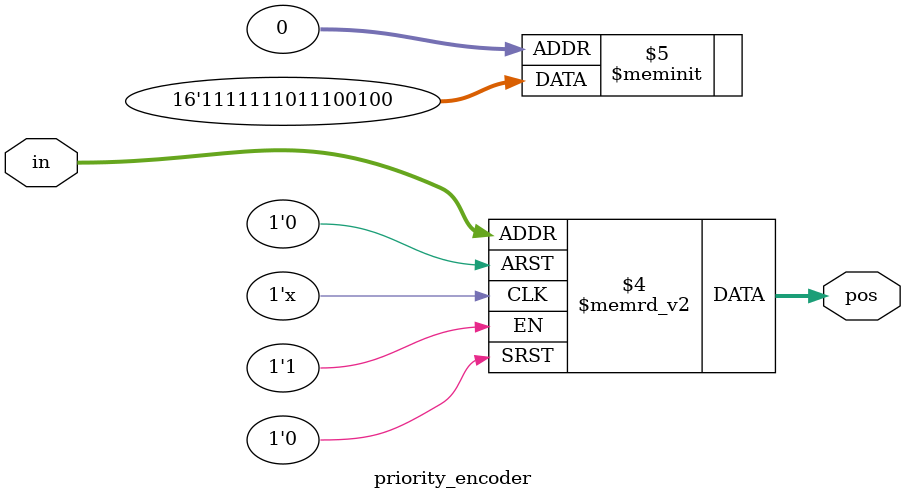
<source format=v>
module priority_encoder( 
input [2:0] in,
output reg [1:0] pos ); 
// When sel=1, assign b to out
always @ ( * )
case (in)
3'b000: pos = 2'b00;
3'b001: pos = 2'b01;
3'b010: pos = 2'b10;
3'b011: pos = 2'b11;
3'b100: pos = 2'b10;
3'b101: pos = 2'b11;
3'b110: pos = 2'b11;
3'b111: pos = 2'b11;
default: pos = 2'b00; 
endcase
endmodule

</source>
